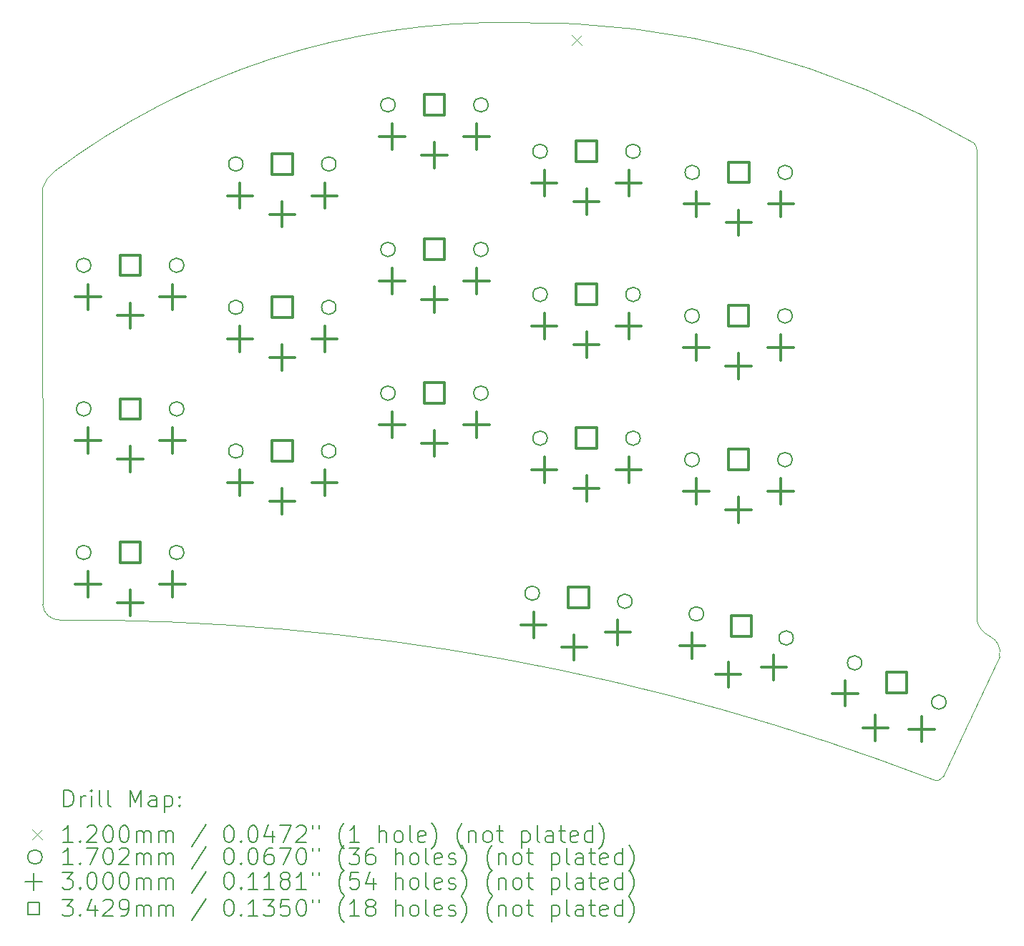
<source format=gbr>
%TF.GenerationSoftware,KiCad,Pcbnew,(6.0.8)*%
%TF.CreationDate,2022-12-01T16:35:40-08:00*%
%TF.ProjectId,half-swept,68616c66-2d73-4776-9570-742e6b696361,rev?*%
%TF.SameCoordinates,Original*%
%TF.FileFunction,Drillmap*%
%TF.FilePolarity,Positive*%
%FSLAX45Y45*%
G04 Gerber Fmt 4.5, Leading zero omitted, Abs format (unit mm)*
G04 Created by KiCad (PCBNEW (6.0.8)) date 2022-12-01 16:35:40*
%MOMM*%
%LPD*%
G01*
G04 APERTURE LIST*
%ADD10C,0.050000*%
%ADD11C,0.200000*%
%ADD12C,0.120000*%
%ADD13C,0.170180*%
%ADD14C,0.300000*%
%ADD15C,0.342900*%
G04 APERTURE END LIST*
D10*
X1223692Y-3220171D02*
X1227712Y-8147003D01*
X12278886Y-2760878D02*
G75*
G03*
X12242686Y-2680500I-104476J1288D01*
G01*
X1366385Y-3018799D02*
G75*
G03*
X1223692Y-3220171I244505J-324501D01*
G01*
X12242686Y-2680500D02*
G75*
G03*
X6792687Y-1256251I-5286691J-9090387D01*
G01*
X11758266Y-10218445D02*
G75*
G03*
X1431486Y-8330612I-10180840J-26502435D01*
G01*
X1227709Y-8147003D02*
G75*
G03*
X1431486Y-8330612I197801J14643D01*
G01*
X12278887Y-2760878D02*
X12278886Y-8330500D01*
X6792687Y-1256251D02*
G75*
G03*
X1366386Y-3018800I-139342J-8805174D01*
G01*
X11758268Y-10218440D02*
G75*
G03*
X11878948Y-10185024I43992J75750D01*
G01*
X12547988Y-8757716D02*
X11878948Y-10185024D01*
X12278887Y-8330500D02*
G75*
G03*
X12432988Y-8522716I279953J66560D01*
G01*
X12547986Y-8757716D02*
G75*
G03*
X12432988Y-8522716I-199306J48106D01*
G01*
D11*
D12*
X7485186Y-1405750D02*
X7605186Y-1525750D01*
X7605186Y-1405750D02*
X7485186Y-1525750D01*
D13*
X1797776Y-4130500D02*
G75*
G03*
X1797776Y-4130500I-85090J0D01*
G01*
X1797776Y-5830500D02*
G75*
G03*
X1797776Y-5830500I-85090J0D01*
G01*
X1797776Y-7530500D02*
G75*
G03*
X1797776Y-7530500I-85090J0D01*
G01*
X2897776Y-4130500D02*
G75*
G03*
X2897776Y-4130500I-85090J0D01*
G01*
X2897776Y-5830500D02*
G75*
G03*
X2897776Y-5830500I-85090J0D01*
G01*
X2897776Y-7530500D02*
G75*
G03*
X2897776Y-7530500I-85090J0D01*
G01*
X3597776Y-6329700D02*
G75*
G03*
X3597776Y-6329700I-85090J0D01*
G01*
X3597777Y-2930500D02*
G75*
G03*
X3597777Y-2930500I-85090J0D01*
G01*
X3597777Y-4627900D02*
G75*
G03*
X3597777Y-4627900I-85090J0D01*
G01*
X4697776Y-6329700D02*
G75*
G03*
X4697776Y-6329700I-85090J0D01*
G01*
X4697777Y-2930500D02*
G75*
G03*
X4697777Y-2930500I-85090J0D01*
G01*
X4697777Y-4627900D02*
G75*
G03*
X4697777Y-4627900I-85090J0D01*
G01*
X5397776Y-5643900D02*
G75*
G03*
X5397776Y-5643900I-85090J0D01*
G01*
X5397776Y-2230500D02*
G75*
G03*
X5397776Y-2230500I-85090J0D01*
G01*
X5397777Y-3942100D02*
G75*
G03*
X5397777Y-3942100I-85090J0D01*
G01*
X6497776Y-5643900D02*
G75*
G03*
X6497776Y-5643900I-85090J0D01*
G01*
X6497776Y-2230500D02*
G75*
G03*
X6497776Y-2230500I-85090J0D01*
G01*
X6497777Y-3942100D02*
G75*
G03*
X6497777Y-3942100I-85090J0D01*
G01*
X7104869Y-8012564D02*
G75*
G03*
X7104869Y-8012564I-85090J0D01*
G01*
X7197776Y-2780500D02*
G75*
G03*
X7197776Y-2780500I-85090J0D01*
G01*
X7197776Y-6177300D02*
G75*
G03*
X7197776Y-6177300I-85090J0D01*
G01*
X7197777Y-4475501D02*
G75*
G03*
X7197777Y-4475501I-85090J0D01*
G01*
X8200683Y-8108436D02*
G75*
G03*
X8200683Y-8108436I-85090J0D01*
G01*
X8297776Y-2780500D02*
G75*
G03*
X8297776Y-2780500I-85090J0D01*
G01*
X8297776Y-6177300D02*
G75*
G03*
X8297776Y-6177300I-85090J0D01*
G01*
X8297777Y-4475501D02*
G75*
G03*
X8297777Y-4475501I-85090J0D01*
G01*
X8995142Y-6431300D02*
G75*
G03*
X8995142Y-6431300I-85090J0D01*
G01*
X8995777Y-4729500D02*
G75*
G03*
X8995777Y-4729500I-85090J0D01*
G01*
X8997776Y-3030500D02*
G75*
G03*
X8997776Y-3030500I-85090J0D01*
G01*
X9046517Y-8258150D02*
G75*
G03*
X9046517Y-8258150I-85090J0D01*
G01*
X10095142Y-6431300D02*
G75*
G03*
X10095142Y-6431300I-85090J0D01*
G01*
X10095777Y-4729500D02*
G75*
G03*
X10095777Y-4729500I-85090J0D01*
G01*
X10097776Y-3030500D02*
G75*
G03*
X10097776Y-3030500I-85090J0D01*
G01*
X10109036Y-8542851D02*
G75*
G03*
X10109036Y-8542851I-85090J0D01*
G01*
X10919307Y-8838060D02*
G75*
G03*
X10919307Y-8838060I-85090J0D01*
G01*
X11916246Y-9302940D02*
G75*
G03*
X11916246Y-9302940I-85090J0D01*
G01*
D14*
X1762686Y-4355500D02*
X1762686Y-4655500D01*
X1612686Y-4505500D02*
X1912686Y-4505500D01*
X1762686Y-6055500D02*
X1762686Y-6355500D01*
X1612686Y-6205500D02*
X1912686Y-6205500D01*
X1762686Y-7755500D02*
X1762686Y-8055500D01*
X1612686Y-7905500D02*
X1912686Y-7905500D01*
X2262687Y-4575500D02*
X2262687Y-4875500D01*
X2112687Y-4725500D02*
X2412687Y-4725500D01*
X2262687Y-6275500D02*
X2262687Y-6575500D01*
X2112687Y-6425500D02*
X2412687Y-6425500D01*
X2262687Y-7975500D02*
X2262687Y-8275500D01*
X2112687Y-8125500D02*
X2412687Y-8125500D01*
X2762687Y-4355500D02*
X2762687Y-4655500D01*
X2612687Y-4505500D02*
X2912686Y-4505500D01*
X2762687Y-6055500D02*
X2762687Y-6355500D01*
X2612687Y-6205500D02*
X2912686Y-6205500D01*
X2762687Y-7755500D02*
X2762687Y-8055500D01*
X2612687Y-7905500D02*
X2912686Y-7905500D01*
X3562686Y-6554700D02*
X3562686Y-6854700D01*
X3412686Y-6704700D02*
X3712686Y-6704700D01*
X3562687Y-3155500D02*
X3562687Y-3455500D01*
X3412687Y-3305500D02*
X3712687Y-3305500D01*
X3562687Y-4852900D02*
X3562687Y-5152900D01*
X3412687Y-5002900D02*
X3712687Y-5002900D01*
X4062686Y-6774700D02*
X4062686Y-7074700D01*
X3912686Y-6924700D02*
X4212686Y-6924700D01*
X4062687Y-3375500D02*
X4062687Y-3675500D01*
X3912687Y-3525500D02*
X4212687Y-3525500D01*
X4062687Y-5072900D02*
X4062687Y-5372900D01*
X3912687Y-5222900D02*
X4212687Y-5222900D01*
X4562686Y-6554700D02*
X4562686Y-6854700D01*
X4412686Y-6704700D02*
X4712686Y-6704700D01*
X4562687Y-3155500D02*
X4562687Y-3455500D01*
X4412687Y-3305500D02*
X4712687Y-3305500D01*
X4562687Y-4852900D02*
X4562687Y-5152900D01*
X4412687Y-5002900D02*
X4712687Y-5002900D01*
X5362686Y-5868900D02*
X5362686Y-6168900D01*
X5212686Y-6018900D02*
X5512686Y-6018900D01*
X5362686Y-2455500D02*
X5362686Y-2755500D01*
X5212686Y-2605500D02*
X5512686Y-2605500D01*
X5362687Y-4167100D02*
X5362687Y-4467100D01*
X5212687Y-4317100D02*
X5512687Y-4317100D01*
X5862686Y-6088900D02*
X5862686Y-6388900D01*
X5712686Y-6238900D02*
X6012686Y-6238900D01*
X5862686Y-2675500D02*
X5862686Y-2975500D01*
X5712686Y-2825500D02*
X6012686Y-2825500D01*
X5862687Y-4387100D02*
X5862687Y-4687100D01*
X5712687Y-4537100D02*
X6012687Y-4537100D01*
X6362686Y-5868900D02*
X6362686Y-6168900D01*
X6212686Y-6018900D02*
X6512686Y-6018900D01*
X6362686Y-2455500D02*
X6362686Y-2755500D01*
X6212686Y-2605500D02*
X6512686Y-2605500D01*
X6362687Y-4167100D02*
X6362687Y-4467100D01*
X6212687Y-4317100D02*
X6512687Y-4317100D01*
X7036906Y-8240495D02*
X7036906Y-8540495D01*
X6886906Y-8390495D02*
X7186906Y-8390495D01*
X7162686Y-3005500D02*
X7162686Y-3305500D01*
X7012686Y-3155500D02*
X7312686Y-3155500D01*
X7162686Y-6402300D02*
X7162686Y-6702300D01*
X7012686Y-6552300D02*
X7312686Y-6552300D01*
X7162687Y-4700501D02*
X7162687Y-5000501D01*
X7012687Y-4850501D02*
X7312687Y-4850501D01*
X7515829Y-8503236D02*
X7515829Y-8803236D01*
X7365829Y-8653236D02*
X7665829Y-8653236D01*
X7662686Y-3225500D02*
X7662686Y-3525500D01*
X7512686Y-3375500D02*
X7812686Y-3375500D01*
X7662686Y-6622300D02*
X7662686Y-6922300D01*
X7512686Y-6772300D02*
X7812686Y-6772300D01*
X7662687Y-4920501D02*
X7662687Y-5220501D01*
X7512687Y-5070501D02*
X7812687Y-5070501D01*
X8033100Y-8327651D02*
X8033100Y-8627651D01*
X7883100Y-8477651D02*
X8183100Y-8477651D01*
X8162686Y-3005500D02*
X8162686Y-3305500D01*
X8012686Y-3155500D02*
X8312686Y-3155500D01*
X8162686Y-6402300D02*
X8162686Y-6702300D01*
X8012686Y-6552300D02*
X8312686Y-6552300D01*
X8162687Y-4700501D02*
X8162687Y-5000501D01*
X8012687Y-4850501D02*
X8312687Y-4850501D01*
X8912666Y-8483313D02*
X8912666Y-8783313D01*
X8762666Y-8633313D02*
X9062666Y-8633313D01*
X8960052Y-6656300D02*
X8960052Y-6956300D01*
X8810052Y-6806300D02*
X9110052Y-6806300D01*
X8960687Y-4954500D02*
X8960687Y-5254500D01*
X8810687Y-5104500D02*
X9110687Y-5104500D01*
X8962686Y-3255500D02*
X8962686Y-3555500D01*
X8812686Y-3405500D02*
X9112686Y-3405500D01*
X9338689Y-8825226D02*
X9338689Y-9125226D01*
X9188689Y-8975226D02*
X9488689Y-8975226D01*
X9460052Y-6876300D02*
X9460052Y-7176300D01*
X9310052Y-7026300D02*
X9610052Y-7026300D01*
X9460687Y-5174500D02*
X9460687Y-5474500D01*
X9310687Y-5324500D02*
X9610687Y-5324500D01*
X9462686Y-3475500D02*
X9462686Y-3775500D01*
X9312686Y-3625500D02*
X9612686Y-3625500D01*
X9878592Y-8742132D02*
X9878592Y-9042132D01*
X9728592Y-8892132D02*
X10028592Y-8892132D01*
X9960052Y-6656300D02*
X9960052Y-6956300D01*
X9810052Y-6806300D02*
X10110052Y-6806300D01*
X9960687Y-4954500D02*
X9960687Y-5254500D01*
X9810687Y-5104500D02*
X10110687Y-5104500D01*
X9962686Y-3255500D02*
X9962686Y-3555500D01*
X9812686Y-3405500D02*
X10112686Y-3405500D01*
X10721051Y-9049056D02*
X10721051Y-9349056D01*
X10571051Y-9199056D02*
X10871051Y-9199056D01*
X11081229Y-9459753D02*
X11081229Y-9759753D01*
X10931229Y-9609753D02*
X11231229Y-9609753D01*
X11627359Y-9471675D02*
X11627359Y-9771675D01*
X11477359Y-9621675D02*
X11777359Y-9621675D01*
D15*
X2383921Y-4251735D02*
X2383921Y-4009266D01*
X2141452Y-4009266D01*
X2141452Y-4251735D01*
X2383921Y-4251735D01*
X2383921Y-5951735D02*
X2383921Y-5709266D01*
X2141452Y-5709266D01*
X2141452Y-5951735D01*
X2383921Y-5951735D01*
X2383921Y-7651734D02*
X2383921Y-7409265D01*
X2141452Y-7409265D01*
X2141452Y-7651734D01*
X2383921Y-7651734D01*
X4183921Y-6450935D02*
X4183921Y-6208465D01*
X3941452Y-6208465D01*
X3941452Y-6450935D01*
X4183921Y-6450935D01*
X4183921Y-3051735D02*
X4183921Y-2809266D01*
X3941452Y-2809266D01*
X3941452Y-3051735D01*
X4183921Y-3051735D01*
X4183921Y-4749135D02*
X4183921Y-4506666D01*
X3941452Y-4506666D01*
X3941452Y-4749135D01*
X4183921Y-4749135D01*
X5983921Y-5765135D02*
X5983921Y-5522666D01*
X5741452Y-5522666D01*
X5741452Y-5765135D01*
X5983921Y-5765135D01*
X5983921Y-2351735D02*
X5983921Y-2109266D01*
X5741452Y-2109266D01*
X5741452Y-2351735D01*
X5983921Y-2351735D01*
X5983921Y-4063335D02*
X5983921Y-3820866D01*
X5741452Y-3820866D01*
X5741452Y-4063335D01*
X5983921Y-4063335D01*
X7688921Y-8181735D02*
X7688921Y-7939265D01*
X7446452Y-7939265D01*
X7446452Y-8181735D01*
X7688921Y-8181735D01*
X7783921Y-2901735D02*
X7783921Y-2659266D01*
X7541452Y-2659266D01*
X7541452Y-2901735D01*
X7783921Y-2901735D01*
X7783921Y-6298535D02*
X7783921Y-6056066D01*
X7541452Y-6056066D01*
X7541452Y-6298535D01*
X7783921Y-6298535D01*
X7783921Y-4596735D02*
X7783921Y-4354266D01*
X7541452Y-4354266D01*
X7541452Y-4596735D01*
X7783921Y-4596735D01*
X9581287Y-6552535D02*
X9581287Y-6310066D01*
X9338817Y-6310066D01*
X9338817Y-6552535D01*
X9581287Y-6552535D01*
X9581921Y-4850735D02*
X9581921Y-4608266D01*
X9339452Y-4608266D01*
X9339452Y-4850735D01*
X9581921Y-4850735D01*
X9583921Y-3151735D02*
X9583921Y-2909266D01*
X9341452Y-2909266D01*
X9341452Y-3151735D01*
X9583921Y-3151735D01*
X9613921Y-8521735D02*
X9613921Y-8279266D01*
X9371452Y-8279266D01*
X9371452Y-8521735D01*
X9613921Y-8521735D01*
X11453921Y-9191735D02*
X11453921Y-8949265D01*
X11211452Y-8949265D01*
X11211452Y-9191735D01*
X11453921Y-9191735D01*
D11*
X1478811Y-10543263D02*
X1478811Y-10343263D01*
X1526430Y-10343263D01*
X1555001Y-10352787D01*
X1574049Y-10371835D01*
X1583573Y-10390882D01*
X1593096Y-10428978D01*
X1593096Y-10457549D01*
X1583573Y-10495644D01*
X1574049Y-10514692D01*
X1555001Y-10533739D01*
X1526430Y-10543263D01*
X1478811Y-10543263D01*
X1678811Y-10543263D02*
X1678811Y-10409930D01*
X1678811Y-10448025D02*
X1688335Y-10428978D01*
X1697858Y-10419454D01*
X1716906Y-10409930D01*
X1735954Y-10409930D01*
X1802620Y-10543263D02*
X1802620Y-10409930D01*
X1802620Y-10343263D02*
X1793096Y-10352787D01*
X1802620Y-10362311D01*
X1812144Y-10352787D01*
X1802620Y-10343263D01*
X1802620Y-10362311D01*
X1926430Y-10543263D02*
X1907382Y-10533739D01*
X1897858Y-10514692D01*
X1897858Y-10343263D01*
X2031192Y-10543263D02*
X2012144Y-10533739D01*
X2002620Y-10514692D01*
X2002620Y-10343263D01*
X2259763Y-10543263D02*
X2259763Y-10343263D01*
X2326430Y-10486120D01*
X2393097Y-10343263D01*
X2393097Y-10543263D01*
X2574049Y-10543263D02*
X2574049Y-10438501D01*
X2564525Y-10419454D01*
X2545478Y-10409930D01*
X2507382Y-10409930D01*
X2488335Y-10419454D01*
X2574049Y-10533739D02*
X2555001Y-10543263D01*
X2507382Y-10543263D01*
X2488335Y-10533739D01*
X2478811Y-10514692D01*
X2478811Y-10495644D01*
X2488335Y-10476597D01*
X2507382Y-10467073D01*
X2555001Y-10467073D01*
X2574049Y-10457549D01*
X2669287Y-10409930D02*
X2669287Y-10609930D01*
X2669287Y-10419454D02*
X2688335Y-10409930D01*
X2726430Y-10409930D01*
X2745478Y-10419454D01*
X2755001Y-10428978D01*
X2764525Y-10448025D01*
X2764525Y-10505168D01*
X2755001Y-10524216D01*
X2745478Y-10533739D01*
X2726430Y-10543263D01*
X2688335Y-10543263D01*
X2669287Y-10533739D01*
X2850239Y-10524216D02*
X2859763Y-10533739D01*
X2850239Y-10543263D01*
X2840716Y-10533739D01*
X2850239Y-10524216D01*
X2850239Y-10543263D01*
X2850239Y-10419454D02*
X2859763Y-10428978D01*
X2850239Y-10438501D01*
X2840716Y-10428978D01*
X2850239Y-10419454D01*
X2850239Y-10438501D01*
D12*
X1101192Y-10812787D02*
X1221192Y-10932787D01*
X1221192Y-10812787D02*
X1101192Y-10932787D01*
D11*
X1583573Y-10963263D02*
X1469287Y-10963263D01*
X1526430Y-10963263D02*
X1526430Y-10763263D01*
X1507382Y-10791835D01*
X1488335Y-10810882D01*
X1469287Y-10820406D01*
X1669287Y-10944216D02*
X1678811Y-10953739D01*
X1669287Y-10963263D01*
X1659763Y-10953739D01*
X1669287Y-10944216D01*
X1669287Y-10963263D01*
X1755001Y-10782311D02*
X1764525Y-10772787D01*
X1783573Y-10763263D01*
X1831192Y-10763263D01*
X1850239Y-10772787D01*
X1859763Y-10782311D01*
X1869287Y-10801359D01*
X1869287Y-10820406D01*
X1859763Y-10848978D01*
X1745477Y-10963263D01*
X1869287Y-10963263D01*
X1993096Y-10763263D02*
X2012144Y-10763263D01*
X2031192Y-10772787D01*
X2040716Y-10782311D01*
X2050239Y-10801359D01*
X2059763Y-10839454D01*
X2059763Y-10887073D01*
X2050239Y-10925168D01*
X2040716Y-10944216D01*
X2031192Y-10953739D01*
X2012144Y-10963263D01*
X1993096Y-10963263D01*
X1974049Y-10953739D01*
X1964525Y-10944216D01*
X1955001Y-10925168D01*
X1945477Y-10887073D01*
X1945477Y-10839454D01*
X1955001Y-10801359D01*
X1964525Y-10782311D01*
X1974049Y-10772787D01*
X1993096Y-10763263D01*
X2183573Y-10763263D02*
X2202620Y-10763263D01*
X2221668Y-10772787D01*
X2231192Y-10782311D01*
X2240716Y-10801359D01*
X2250239Y-10839454D01*
X2250239Y-10887073D01*
X2240716Y-10925168D01*
X2231192Y-10944216D01*
X2221668Y-10953739D01*
X2202620Y-10963263D01*
X2183573Y-10963263D01*
X2164525Y-10953739D01*
X2155001Y-10944216D01*
X2145478Y-10925168D01*
X2135954Y-10887073D01*
X2135954Y-10839454D01*
X2145478Y-10801359D01*
X2155001Y-10782311D01*
X2164525Y-10772787D01*
X2183573Y-10763263D01*
X2335954Y-10963263D02*
X2335954Y-10829930D01*
X2335954Y-10848978D02*
X2345478Y-10839454D01*
X2364525Y-10829930D01*
X2393097Y-10829930D01*
X2412144Y-10839454D01*
X2421668Y-10858501D01*
X2421668Y-10963263D01*
X2421668Y-10858501D02*
X2431192Y-10839454D01*
X2450239Y-10829930D01*
X2478811Y-10829930D01*
X2497858Y-10839454D01*
X2507382Y-10858501D01*
X2507382Y-10963263D01*
X2602620Y-10963263D02*
X2602620Y-10829930D01*
X2602620Y-10848978D02*
X2612144Y-10839454D01*
X2631192Y-10829930D01*
X2659763Y-10829930D01*
X2678811Y-10839454D01*
X2688335Y-10858501D01*
X2688335Y-10963263D01*
X2688335Y-10858501D02*
X2697858Y-10839454D01*
X2716906Y-10829930D01*
X2745478Y-10829930D01*
X2764525Y-10839454D01*
X2774049Y-10858501D01*
X2774049Y-10963263D01*
X3164525Y-10753739D02*
X2993096Y-11010882D01*
X3421668Y-10763263D02*
X3440716Y-10763263D01*
X3459763Y-10772787D01*
X3469287Y-10782311D01*
X3478811Y-10801359D01*
X3488335Y-10839454D01*
X3488335Y-10887073D01*
X3478811Y-10925168D01*
X3469287Y-10944216D01*
X3459763Y-10953739D01*
X3440716Y-10963263D01*
X3421668Y-10963263D01*
X3402620Y-10953739D01*
X3393096Y-10944216D01*
X3383573Y-10925168D01*
X3374049Y-10887073D01*
X3374049Y-10839454D01*
X3383573Y-10801359D01*
X3393096Y-10782311D01*
X3402620Y-10772787D01*
X3421668Y-10763263D01*
X3574049Y-10944216D02*
X3583573Y-10953739D01*
X3574049Y-10963263D01*
X3564525Y-10953739D01*
X3574049Y-10944216D01*
X3574049Y-10963263D01*
X3707382Y-10763263D02*
X3726430Y-10763263D01*
X3745477Y-10772787D01*
X3755001Y-10782311D01*
X3764525Y-10801359D01*
X3774049Y-10839454D01*
X3774049Y-10887073D01*
X3764525Y-10925168D01*
X3755001Y-10944216D01*
X3745477Y-10953739D01*
X3726430Y-10963263D01*
X3707382Y-10963263D01*
X3688335Y-10953739D01*
X3678811Y-10944216D01*
X3669287Y-10925168D01*
X3659763Y-10887073D01*
X3659763Y-10839454D01*
X3669287Y-10801359D01*
X3678811Y-10782311D01*
X3688335Y-10772787D01*
X3707382Y-10763263D01*
X3945477Y-10829930D02*
X3945477Y-10963263D01*
X3897858Y-10753739D02*
X3850239Y-10896597D01*
X3974049Y-10896597D01*
X4031192Y-10763263D02*
X4164525Y-10763263D01*
X4078811Y-10963263D01*
X4231192Y-10782311D02*
X4240716Y-10772787D01*
X4259763Y-10763263D01*
X4307382Y-10763263D01*
X4326430Y-10772787D01*
X4335954Y-10782311D01*
X4345478Y-10801359D01*
X4345478Y-10820406D01*
X4335954Y-10848978D01*
X4221668Y-10963263D01*
X4345478Y-10963263D01*
X4421668Y-10763263D02*
X4421668Y-10801359D01*
X4497858Y-10763263D02*
X4497858Y-10801359D01*
X4793097Y-11039454D02*
X4783573Y-11029930D01*
X4764525Y-11001359D01*
X4755001Y-10982311D01*
X4745478Y-10953739D01*
X4735954Y-10906120D01*
X4735954Y-10868025D01*
X4745478Y-10820406D01*
X4755001Y-10791835D01*
X4764525Y-10772787D01*
X4783573Y-10744216D01*
X4793097Y-10734692D01*
X4974049Y-10963263D02*
X4859763Y-10963263D01*
X4916906Y-10963263D02*
X4916906Y-10763263D01*
X4897858Y-10791835D01*
X4878811Y-10810882D01*
X4859763Y-10820406D01*
X5212144Y-10963263D02*
X5212144Y-10763263D01*
X5297858Y-10963263D02*
X5297858Y-10858501D01*
X5288335Y-10839454D01*
X5269287Y-10829930D01*
X5240716Y-10829930D01*
X5221668Y-10839454D01*
X5212144Y-10848978D01*
X5421668Y-10963263D02*
X5402620Y-10953739D01*
X5393097Y-10944216D01*
X5383573Y-10925168D01*
X5383573Y-10868025D01*
X5393097Y-10848978D01*
X5402620Y-10839454D01*
X5421668Y-10829930D01*
X5450239Y-10829930D01*
X5469287Y-10839454D01*
X5478811Y-10848978D01*
X5488335Y-10868025D01*
X5488335Y-10925168D01*
X5478811Y-10944216D01*
X5469287Y-10953739D01*
X5450239Y-10963263D01*
X5421668Y-10963263D01*
X5602620Y-10963263D02*
X5583573Y-10953739D01*
X5574049Y-10934692D01*
X5574049Y-10763263D01*
X5755001Y-10953739D02*
X5735954Y-10963263D01*
X5697858Y-10963263D01*
X5678811Y-10953739D01*
X5669287Y-10934692D01*
X5669287Y-10858501D01*
X5678811Y-10839454D01*
X5697858Y-10829930D01*
X5735954Y-10829930D01*
X5755001Y-10839454D01*
X5764525Y-10858501D01*
X5764525Y-10877549D01*
X5669287Y-10896597D01*
X5831192Y-11039454D02*
X5840716Y-11029930D01*
X5859763Y-11001359D01*
X5869287Y-10982311D01*
X5878811Y-10953739D01*
X5888335Y-10906120D01*
X5888335Y-10868025D01*
X5878811Y-10820406D01*
X5869287Y-10791835D01*
X5859763Y-10772787D01*
X5840716Y-10744216D01*
X5831192Y-10734692D01*
X6193096Y-11039454D02*
X6183573Y-11029930D01*
X6164525Y-11001359D01*
X6155001Y-10982311D01*
X6145477Y-10953739D01*
X6135954Y-10906120D01*
X6135954Y-10868025D01*
X6145477Y-10820406D01*
X6155001Y-10791835D01*
X6164525Y-10772787D01*
X6183573Y-10744216D01*
X6193096Y-10734692D01*
X6269287Y-10829930D02*
X6269287Y-10963263D01*
X6269287Y-10848978D02*
X6278811Y-10839454D01*
X6297858Y-10829930D01*
X6326430Y-10829930D01*
X6345477Y-10839454D01*
X6355001Y-10858501D01*
X6355001Y-10963263D01*
X6478811Y-10963263D02*
X6459763Y-10953739D01*
X6450239Y-10944216D01*
X6440716Y-10925168D01*
X6440716Y-10868025D01*
X6450239Y-10848978D01*
X6459763Y-10839454D01*
X6478811Y-10829930D01*
X6507382Y-10829930D01*
X6526430Y-10839454D01*
X6535954Y-10848978D01*
X6545477Y-10868025D01*
X6545477Y-10925168D01*
X6535954Y-10944216D01*
X6526430Y-10953739D01*
X6507382Y-10963263D01*
X6478811Y-10963263D01*
X6602620Y-10829930D02*
X6678811Y-10829930D01*
X6631192Y-10763263D02*
X6631192Y-10934692D01*
X6640716Y-10953739D01*
X6659763Y-10963263D01*
X6678811Y-10963263D01*
X6897858Y-10829930D02*
X6897858Y-11029930D01*
X6897858Y-10839454D02*
X6916906Y-10829930D01*
X6955001Y-10829930D01*
X6974049Y-10839454D01*
X6983573Y-10848978D01*
X6993096Y-10868025D01*
X6993096Y-10925168D01*
X6983573Y-10944216D01*
X6974049Y-10953739D01*
X6955001Y-10963263D01*
X6916906Y-10963263D01*
X6897858Y-10953739D01*
X7107382Y-10963263D02*
X7088335Y-10953739D01*
X7078811Y-10934692D01*
X7078811Y-10763263D01*
X7269287Y-10963263D02*
X7269287Y-10858501D01*
X7259763Y-10839454D01*
X7240716Y-10829930D01*
X7202620Y-10829930D01*
X7183573Y-10839454D01*
X7269287Y-10953739D02*
X7250239Y-10963263D01*
X7202620Y-10963263D01*
X7183573Y-10953739D01*
X7174049Y-10934692D01*
X7174049Y-10915644D01*
X7183573Y-10896597D01*
X7202620Y-10887073D01*
X7250239Y-10887073D01*
X7269287Y-10877549D01*
X7335954Y-10829930D02*
X7412144Y-10829930D01*
X7364525Y-10763263D02*
X7364525Y-10934692D01*
X7374049Y-10953739D01*
X7393096Y-10963263D01*
X7412144Y-10963263D01*
X7555001Y-10953739D02*
X7535954Y-10963263D01*
X7497858Y-10963263D01*
X7478811Y-10953739D01*
X7469287Y-10934692D01*
X7469287Y-10858501D01*
X7478811Y-10839454D01*
X7497858Y-10829930D01*
X7535954Y-10829930D01*
X7555001Y-10839454D01*
X7564525Y-10858501D01*
X7564525Y-10877549D01*
X7469287Y-10896597D01*
X7735954Y-10963263D02*
X7735954Y-10763263D01*
X7735954Y-10953739D02*
X7716906Y-10963263D01*
X7678811Y-10963263D01*
X7659763Y-10953739D01*
X7650239Y-10944216D01*
X7640716Y-10925168D01*
X7640716Y-10868025D01*
X7650239Y-10848978D01*
X7659763Y-10839454D01*
X7678811Y-10829930D01*
X7716906Y-10829930D01*
X7735954Y-10839454D01*
X7812144Y-11039454D02*
X7821668Y-11029930D01*
X7840716Y-11001359D01*
X7850239Y-10982311D01*
X7859763Y-10953739D01*
X7869287Y-10906120D01*
X7869287Y-10868025D01*
X7859763Y-10820406D01*
X7850239Y-10791835D01*
X7840716Y-10772787D01*
X7821668Y-10744216D01*
X7812144Y-10734692D01*
D13*
X1221192Y-11136787D02*
G75*
G03*
X1221192Y-11136787I-85090J0D01*
G01*
D11*
X1583573Y-11227263D02*
X1469287Y-11227263D01*
X1526430Y-11227263D02*
X1526430Y-11027263D01*
X1507382Y-11055835D01*
X1488335Y-11074882D01*
X1469287Y-11084406D01*
X1669287Y-11208216D02*
X1678811Y-11217739D01*
X1669287Y-11227263D01*
X1659763Y-11217739D01*
X1669287Y-11208216D01*
X1669287Y-11227263D01*
X1745477Y-11027263D02*
X1878811Y-11027263D01*
X1793096Y-11227263D01*
X1993096Y-11027263D02*
X2012144Y-11027263D01*
X2031192Y-11036787D01*
X2040716Y-11046311D01*
X2050239Y-11065359D01*
X2059763Y-11103454D01*
X2059763Y-11151073D01*
X2050239Y-11189168D01*
X2040716Y-11208216D01*
X2031192Y-11217739D01*
X2012144Y-11227263D01*
X1993096Y-11227263D01*
X1974049Y-11217739D01*
X1964525Y-11208216D01*
X1955001Y-11189168D01*
X1945477Y-11151073D01*
X1945477Y-11103454D01*
X1955001Y-11065359D01*
X1964525Y-11046311D01*
X1974049Y-11036787D01*
X1993096Y-11027263D01*
X2135954Y-11046311D02*
X2145478Y-11036787D01*
X2164525Y-11027263D01*
X2212144Y-11027263D01*
X2231192Y-11036787D01*
X2240716Y-11046311D01*
X2250239Y-11065359D01*
X2250239Y-11084406D01*
X2240716Y-11112978D01*
X2126430Y-11227263D01*
X2250239Y-11227263D01*
X2335954Y-11227263D02*
X2335954Y-11093930D01*
X2335954Y-11112978D02*
X2345478Y-11103454D01*
X2364525Y-11093930D01*
X2393097Y-11093930D01*
X2412144Y-11103454D01*
X2421668Y-11122501D01*
X2421668Y-11227263D01*
X2421668Y-11122501D02*
X2431192Y-11103454D01*
X2450239Y-11093930D01*
X2478811Y-11093930D01*
X2497858Y-11103454D01*
X2507382Y-11122501D01*
X2507382Y-11227263D01*
X2602620Y-11227263D02*
X2602620Y-11093930D01*
X2602620Y-11112978D02*
X2612144Y-11103454D01*
X2631192Y-11093930D01*
X2659763Y-11093930D01*
X2678811Y-11103454D01*
X2688335Y-11122501D01*
X2688335Y-11227263D01*
X2688335Y-11122501D02*
X2697858Y-11103454D01*
X2716906Y-11093930D01*
X2745478Y-11093930D01*
X2764525Y-11103454D01*
X2774049Y-11122501D01*
X2774049Y-11227263D01*
X3164525Y-11017739D02*
X2993096Y-11274882D01*
X3421668Y-11027263D02*
X3440716Y-11027263D01*
X3459763Y-11036787D01*
X3469287Y-11046311D01*
X3478811Y-11065359D01*
X3488335Y-11103454D01*
X3488335Y-11151073D01*
X3478811Y-11189168D01*
X3469287Y-11208216D01*
X3459763Y-11217739D01*
X3440716Y-11227263D01*
X3421668Y-11227263D01*
X3402620Y-11217739D01*
X3393096Y-11208216D01*
X3383573Y-11189168D01*
X3374049Y-11151073D01*
X3374049Y-11103454D01*
X3383573Y-11065359D01*
X3393096Y-11046311D01*
X3402620Y-11036787D01*
X3421668Y-11027263D01*
X3574049Y-11208216D02*
X3583573Y-11217739D01*
X3574049Y-11227263D01*
X3564525Y-11217739D01*
X3574049Y-11208216D01*
X3574049Y-11227263D01*
X3707382Y-11027263D02*
X3726430Y-11027263D01*
X3745477Y-11036787D01*
X3755001Y-11046311D01*
X3764525Y-11065359D01*
X3774049Y-11103454D01*
X3774049Y-11151073D01*
X3764525Y-11189168D01*
X3755001Y-11208216D01*
X3745477Y-11217739D01*
X3726430Y-11227263D01*
X3707382Y-11227263D01*
X3688335Y-11217739D01*
X3678811Y-11208216D01*
X3669287Y-11189168D01*
X3659763Y-11151073D01*
X3659763Y-11103454D01*
X3669287Y-11065359D01*
X3678811Y-11046311D01*
X3688335Y-11036787D01*
X3707382Y-11027263D01*
X3945477Y-11027263D02*
X3907382Y-11027263D01*
X3888335Y-11036787D01*
X3878811Y-11046311D01*
X3859763Y-11074882D01*
X3850239Y-11112978D01*
X3850239Y-11189168D01*
X3859763Y-11208216D01*
X3869287Y-11217739D01*
X3888335Y-11227263D01*
X3926430Y-11227263D01*
X3945477Y-11217739D01*
X3955001Y-11208216D01*
X3964525Y-11189168D01*
X3964525Y-11141549D01*
X3955001Y-11122501D01*
X3945477Y-11112978D01*
X3926430Y-11103454D01*
X3888335Y-11103454D01*
X3869287Y-11112978D01*
X3859763Y-11122501D01*
X3850239Y-11141549D01*
X4031192Y-11027263D02*
X4164525Y-11027263D01*
X4078811Y-11227263D01*
X4278811Y-11027263D02*
X4297858Y-11027263D01*
X4316906Y-11036787D01*
X4326430Y-11046311D01*
X4335954Y-11065359D01*
X4345478Y-11103454D01*
X4345478Y-11151073D01*
X4335954Y-11189168D01*
X4326430Y-11208216D01*
X4316906Y-11217739D01*
X4297858Y-11227263D01*
X4278811Y-11227263D01*
X4259763Y-11217739D01*
X4250239Y-11208216D01*
X4240716Y-11189168D01*
X4231192Y-11151073D01*
X4231192Y-11103454D01*
X4240716Y-11065359D01*
X4250239Y-11046311D01*
X4259763Y-11036787D01*
X4278811Y-11027263D01*
X4421668Y-11027263D02*
X4421668Y-11065359D01*
X4497858Y-11027263D02*
X4497858Y-11065359D01*
X4793097Y-11303454D02*
X4783573Y-11293930D01*
X4764525Y-11265358D01*
X4755001Y-11246311D01*
X4745478Y-11217739D01*
X4735954Y-11170120D01*
X4735954Y-11132025D01*
X4745478Y-11084406D01*
X4755001Y-11055835D01*
X4764525Y-11036787D01*
X4783573Y-11008216D01*
X4793097Y-10998692D01*
X4850239Y-11027263D02*
X4974049Y-11027263D01*
X4907382Y-11103454D01*
X4935954Y-11103454D01*
X4955001Y-11112978D01*
X4964525Y-11122501D01*
X4974049Y-11141549D01*
X4974049Y-11189168D01*
X4964525Y-11208216D01*
X4955001Y-11217739D01*
X4935954Y-11227263D01*
X4878811Y-11227263D01*
X4859763Y-11217739D01*
X4850239Y-11208216D01*
X5145478Y-11027263D02*
X5107382Y-11027263D01*
X5088335Y-11036787D01*
X5078811Y-11046311D01*
X5059763Y-11074882D01*
X5050239Y-11112978D01*
X5050239Y-11189168D01*
X5059763Y-11208216D01*
X5069287Y-11217739D01*
X5088335Y-11227263D01*
X5126430Y-11227263D01*
X5145478Y-11217739D01*
X5155001Y-11208216D01*
X5164525Y-11189168D01*
X5164525Y-11141549D01*
X5155001Y-11122501D01*
X5145478Y-11112978D01*
X5126430Y-11103454D01*
X5088335Y-11103454D01*
X5069287Y-11112978D01*
X5059763Y-11122501D01*
X5050239Y-11141549D01*
X5402620Y-11227263D02*
X5402620Y-11027263D01*
X5488335Y-11227263D02*
X5488335Y-11122501D01*
X5478811Y-11103454D01*
X5459763Y-11093930D01*
X5431192Y-11093930D01*
X5412144Y-11103454D01*
X5402620Y-11112978D01*
X5612144Y-11227263D02*
X5593096Y-11217739D01*
X5583573Y-11208216D01*
X5574049Y-11189168D01*
X5574049Y-11132025D01*
X5583573Y-11112978D01*
X5593096Y-11103454D01*
X5612144Y-11093930D01*
X5640716Y-11093930D01*
X5659763Y-11103454D01*
X5669287Y-11112978D01*
X5678811Y-11132025D01*
X5678811Y-11189168D01*
X5669287Y-11208216D01*
X5659763Y-11217739D01*
X5640716Y-11227263D01*
X5612144Y-11227263D01*
X5793096Y-11227263D02*
X5774049Y-11217739D01*
X5764525Y-11198692D01*
X5764525Y-11027263D01*
X5945477Y-11217739D02*
X5926430Y-11227263D01*
X5888335Y-11227263D01*
X5869287Y-11217739D01*
X5859763Y-11198692D01*
X5859763Y-11122501D01*
X5869287Y-11103454D01*
X5888335Y-11093930D01*
X5926430Y-11093930D01*
X5945477Y-11103454D01*
X5955001Y-11122501D01*
X5955001Y-11141549D01*
X5859763Y-11160597D01*
X6031192Y-11217739D02*
X6050239Y-11227263D01*
X6088335Y-11227263D01*
X6107382Y-11217739D01*
X6116906Y-11198692D01*
X6116906Y-11189168D01*
X6107382Y-11170120D01*
X6088335Y-11160597D01*
X6059763Y-11160597D01*
X6040716Y-11151073D01*
X6031192Y-11132025D01*
X6031192Y-11122501D01*
X6040716Y-11103454D01*
X6059763Y-11093930D01*
X6088335Y-11093930D01*
X6107382Y-11103454D01*
X6183573Y-11303454D02*
X6193096Y-11293930D01*
X6212144Y-11265358D01*
X6221668Y-11246311D01*
X6231192Y-11217739D01*
X6240716Y-11170120D01*
X6240716Y-11132025D01*
X6231192Y-11084406D01*
X6221668Y-11055835D01*
X6212144Y-11036787D01*
X6193096Y-11008216D01*
X6183573Y-10998692D01*
X6545477Y-11303454D02*
X6535954Y-11293930D01*
X6516906Y-11265358D01*
X6507382Y-11246311D01*
X6497858Y-11217739D01*
X6488335Y-11170120D01*
X6488335Y-11132025D01*
X6497858Y-11084406D01*
X6507382Y-11055835D01*
X6516906Y-11036787D01*
X6535954Y-11008216D01*
X6545477Y-10998692D01*
X6621668Y-11093930D02*
X6621668Y-11227263D01*
X6621668Y-11112978D02*
X6631192Y-11103454D01*
X6650239Y-11093930D01*
X6678811Y-11093930D01*
X6697858Y-11103454D01*
X6707382Y-11122501D01*
X6707382Y-11227263D01*
X6831192Y-11227263D02*
X6812144Y-11217739D01*
X6802620Y-11208216D01*
X6793096Y-11189168D01*
X6793096Y-11132025D01*
X6802620Y-11112978D01*
X6812144Y-11103454D01*
X6831192Y-11093930D01*
X6859763Y-11093930D01*
X6878811Y-11103454D01*
X6888335Y-11112978D01*
X6897858Y-11132025D01*
X6897858Y-11189168D01*
X6888335Y-11208216D01*
X6878811Y-11217739D01*
X6859763Y-11227263D01*
X6831192Y-11227263D01*
X6955001Y-11093930D02*
X7031192Y-11093930D01*
X6983573Y-11027263D02*
X6983573Y-11198692D01*
X6993096Y-11217739D01*
X7012144Y-11227263D01*
X7031192Y-11227263D01*
X7250239Y-11093930D02*
X7250239Y-11293930D01*
X7250239Y-11103454D02*
X7269287Y-11093930D01*
X7307382Y-11093930D01*
X7326430Y-11103454D01*
X7335954Y-11112978D01*
X7345477Y-11132025D01*
X7345477Y-11189168D01*
X7335954Y-11208216D01*
X7326430Y-11217739D01*
X7307382Y-11227263D01*
X7269287Y-11227263D01*
X7250239Y-11217739D01*
X7459763Y-11227263D02*
X7440716Y-11217739D01*
X7431192Y-11198692D01*
X7431192Y-11027263D01*
X7621668Y-11227263D02*
X7621668Y-11122501D01*
X7612144Y-11103454D01*
X7593096Y-11093930D01*
X7555001Y-11093930D01*
X7535954Y-11103454D01*
X7621668Y-11217739D02*
X7602620Y-11227263D01*
X7555001Y-11227263D01*
X7535954Y-11217739D01*
X7526430Y-11198692D01*
X7526430Y-11179644D01*
X7535954Y-11160597D01*
X7555001Y-11151073D01*
X7602620Y-11151073D01*
X7621668Y-11141549D01*
X7688335Y-11093930D02*
X7764525Y-11093930D01*
X7716906Y-11027263D02*
X7716906Y-11198692D01*
X7726430Y-11217739D01*
X7745477Y-11227263D01*
X7764525Y-11227263D01*
X7907382Y-11217739D02*
X7888335Y-11227263D01*
X7850239Y-11227263D01*
X7831192Y-11217739D01*
X7821668Y-11198692D01*
X7821668Y-11122501D01*
X7831192Y-11103454D01*
X7850239Y-11093930D01*
X7888335Y-11093930D01*
X7907382Y-11103454D01*
X7916906Y-11122501D01*
X7916906Y-11141549D01*
X7821668Y-11160597D01*
X8088335Y-11227263D02*
X8088335Y-11027263D01*
X8088335Y-11217739D02*
X8069287Y-11227263D01*
X8031192Y-11227263D01*
X8012144Y-11217739D01*
X8002620Y-11208216D01*
X7993096Y-11189168D01*
X7993096Y-11132025D01*
X8002620Y-11112978D01*
X8012144Y-11103454D01*
X8031192Y-11093930D01*
X8069287Y-11093930D01*
X8088335Y-11103454D01*
X8164525Y-11303454D02*
X8174049Y-11293930D01*
X8193096Y-11265358D01*
X8202620Y-11246311D01*
X8212144Y-11217739D01*
X8221668Y-11170120D01*
X8221668Y-11132025D01*
X8212144Y-11084406D01*
X8202620Y-11055835D01*
X8193096Y-11036787D01*
X8174049Y-11008216D01*
X8164525Y-10998692D01*
X1121192Y-11326967D02*
X1121192Y-11526967D01*
X1021192Y-11426967D02*
X1221192Y-11426967D01*
X1459763Y-11317443D02*
X1583573Y-11317443D01*
X1516906Y-11393634D01*
X1545477Y-11393634D01*
X1564525Y-11403157D01*
X1574049Y-11412681D01*
X1583573Y-11431729D01*
X1583573Y-11479348D01*
X1574049Y-11498396D01*
X1564525Y-11507919D01*
X1545477Y-11517443D01*
X1488335Y-11517443D01*
X1469287Y-11507919D01*
X1459763Y-11498396D01*
X1669287Y-11498396D02*
X1678811Y-11507919D01*
X1669287Y-11517443D01*
X1659763Y-11507919D01*
X1669287Y-11498396D01*
X1669287Y-11517443D01*
X1802620Y-11317443D02*
X1821668Y-11317443D01*
X1840716Y-11326967D01*
X1850239Y-11336491D01*
X1859763Y-11355538D01*
X1869287Y-11393634D01*
X1869287Y-11441253D01*
X1859763Y-11479348D01*
X1850239Y-11498396D01*
X1840716Y-11507919D01*
X1821668Y-11517443D01*
X1802620Y-11517443D01*
X1783573Y-11507919D01*
X1774049Y-11498396D01*
X1764525Y-11479348D01*
X1755001Y-11441253D01*
X1755001Y-11393634D01*
X1764525Y-11355538D01*
X1774049Y-11336491D01*
X1783573Y-11326967D01*
X1802620Y-11317443D01*
X1993096Y-11317443D02*
X2012144Y-11317443D01*
X2031192Y-11326967D01*
X2040716Y-11336491D01*
X2050239Y-11355538D01*
X2059763Y-11393634D01*
X2059763Y-11441253D01*
X2050239Y-11479348D01*
X2040716Y-11498396D01*
X2031192Y-11507919D01*
X2012144Y-11517443D01*
X1993096Y-11517443D01*
X1974049Y-11507919D01*
X1964525Y-11498396D01*
X1955001Y-11479348D01*
X1945477Y-11441253D01*
X1945477Y-11393634D01*
X1955001Y-11355538D01*
X1964525Y-11336491D01*
X1974049Y-11326967D01*
X1993096Y-11317443D01*
X2183573Y-11317443D02*
X2202620Y-11317443D01*
X2221668Y-11326967D01*
X2231192Y-11336491D01*
X2240716Y-11355538D01*
X2250239Y-11393634D01*
X2250239Y-11441253D01*
X2240716Y-11479348D01*
X2231192Y-11498396D01*
X2221668Y-11507919D01*
X2202620Y-11517443D01*
X2183573Y-11517443D01*
X2164525Y-11507919D01*
X2155001Y-11498396D01*
X2145478Y-11479348D01*
X2135954Y-11441253D01*
X2135954Y-11393634D01*
X2145478Y-11355538D01*
X2155001Y-11336491D01*
X2164525Y-11326967D01*
X2183573Y-11317443D01*
X2335954Y-11517443D02*
X2335954Y-11384110D01*
X2335954Y-11403157D02*
X2345478Y-11393634D01*
X2364525Y-11384110D01*
X2393097Y-11384110D01*
X2412144Y-11393634D01*
X2421668Y-11412681D01*
X2421668Y-11517443D01*
X2421668Y-11412681D02*
X2431192Y-11393634D01*
X2450239Y-11384110D01*
X2478811Y-11384110D01*
X2497858Y-11393634D01*
X2507382Y-11412681D01*
X2507382Y-11517443D01*
X2602620Y-11517443D02*
X2602620Y-11384110D01*
X2602620Y-11403157D02*
X2612144Y-11393634D01*
X2631192Y-11384110D01*
X2659763Y-11384110D01*
X2678811Y-11393634D01*
X2688335Y-11412681D01*
X2688335Y-11517443D01*
X2688335Y-11412681D02*
X2697858Y-11393634D01*
X2716906Y-11384110D01*
X2745478Y-11384110D01*
X2764525Y-11393634D01*
X2774049Y-11412681D01*
X2774049Y-11517443D01*
X3164525Y-11307919D02*
X2993096Y-11565062D01*
X3421668Y-11317443D02*
X3440716Y-11317443D01*
X3459763Y-11326967D01*
X3469287Y-11336491D01*
X3478811Y-11355538D01*
X3488335Y-11393634D01*
X3488335Y-11441253D01*
X3478811Y-11479348D01*
X3469287Y-11498396D01*
X3459763Y-11507919D01*
X3440716Y-11517443D01*
X3421668Y-11517443D01*
X3402620Y-11507919D01*
X3393096Y-11498396D01*
X3383573Y-11479348D01*
X3374049Y-11441253D01*
X3374049Y-11393634D01*
X3383573Y-11355538D01*
X3393096Y-11336491D01*
X3402620Y-11326967D01*
X3421668Y-11317443D01*
X3574049Y-11498396D02*
X3583573Y-11507919D01*
X3574049Y-11517443D01*
X3564525Y-11507919D01*
X3574049Y-11498396D01*
X3574049Y-11517443D01*
X3774049Y-11517443D02*
X3659763Y-11517443D01*
X3716906Y-11517443D02*
X3716906Y-11317443D01*
X3697858Y-11346015D01*
X3678811Y-11365062D01*
X3659763Y-11374586D01*
X3964525Y-11517443D02*
X3850239Y-11517443D01*
X3907382Y-11517443D02*
X3907382Y-11317443D01*
X3888335Y-11346015D01*
X3869287Y-11365062D01*
X3850239Y-11374586D01*
X4078811Y-11403157D02*
X4059763Y-11393634D01*
X4050239Y-11384110D01*
X4040716Y-11365062D01*
X4040716Y-11355538D01*
X4050239Y-11336491D01*
X4059763Y-11326967D01*
X4078811Y-11317443D01*
X4116906Y-11317443D01*
X4135954Y-11326967D01*
X4145477Y-11336491D01*
X4155001Y-11355538D01*
X4155001Y-11365062D01*
X4145477Y-11384110D01*
X4135954Y-11393634D01*
X4116906Y-11403157D01*
X4078811Y-11403157D01*
X4059763Y-11412681D01*
X4050239Y-11422205D01*
X4040716Y-11441253D01*
X4040716Y-11479348D01*
X4050239Y-11498396D01*
X4059763Y-11507919D01*
X4078811Y-11517443D01*
X4116906Y-11517443D01*
X4135954Y-11507919D01*
X4145477Y-11498396D01*
X4155001Y-11479348D01*
X4155001Y-11441253D01*
X4145477Y-11422205D01*
X4135954Y-11412681D01*
X4116906Y-11403157D01*
X4345478Y-11517443D02*
X4231192Y-11517443D01*
X4288335Y-11517443D02*
X4288335Y-11317443D01*
X4269287Y-11346015D01*
X4250239Y-11365062D01*
X4231192Y-11374586D01*
X4421668Y-11317443D02*
X4421668Y-11355538D01*
X4497858Y-11317443D02*
X4497858Y-11355538D01*
X4793097Y-11593634D02*
X4783573Y-11584110D01*
X4764525Y-11555538D01*
X4755001Y-11536491D01*
X4745478Y-11507919D01*
X4735954Y-11460300D01*
X4735954Y-11422205D01*
X4745478Y-11374586D01*
X4755001Y-11346015D01*
X4764525Y-11326967D01*
X4783573Y-11298396D01*
X4793097Y-11288872D01*
X4964525Y-11317443D02*
X4869287Y-11317443D01*
X4859763Y-11412681D01*
X4869287Y-11403157D01*
X4888335Y-11393634D01*
X4935954Y-11393634D01*
X4955001Y-11403157D01*
X4964525Y-11412681D01*
X4974049Y-11431729D01*
X4974049Y-11479348D01*
X4964525Y-11498396D01*
X4955001Y-11507919D01*
X4935954Y-11517443D01*
X4888335Y-11517443D01*
X4869287Y-11507919D01*
X4859763Y-11498396D01*
X5145478Y-11384110D02*
X5145478Y-11517443D01*
X5097858Y-11307919D02*
X5050239Y-11450777D01*
X5174049Y-11450777D01*
X5402620Y-11517443D02*
X5402620Y-11317443D01*
X5488335Y-11517443D02*
X5488335Y-11412681D01*
X5478811Y-11393634D01*
X5459763Y-11384110D01*
X5431192Y-11384110D01*
X5412144Y-11393634D01*
X5402620Y-11403157D01*
X5612144Y-11517443D02*
X5593096Y-11507919D01*
X5583573Y-11498396D01*
X5574049Y-11479348D01*
X5574049Y-11422205D01*
X5583573Y-11403157D01*
X5593096Y-11393634D01*
X5612144Y-11384110D01*
X5640716Y-11384110D01*
X5659763Y-11393634D01*
X5669287Y-11403157D01*
X5678811Y-11422205D01*
X5678811Y-11479348D01*
X5669287Y-11498396D01*
X5659763Y-11507919D01*
X5640716Y-11517443D01*
X5612144Y-11517443D01*
X5793096Y-11517443D02*
X5774049Y-11507919D01*
X5764525Y-11488872D01*
X5764525Y-11317443D01*
X5945477Y-11507919D02*
X5926430Y-11517443D01*
X5888335Y-11517443D01*
X5869287Y-11507919D01*
X5859763Y-11488872D01*
X5859763Y-11412681D01*
X5869287Y-11393634D01*
X5888335Y-11384110D01*
X5926430Y-11384110D01*
X5945477Y-11393634D01*
X5955001Y-11412681D01*
X5955001Y-11431729D01*
X5859763Y-11450777D01*
X6031192Y-11507919D02*
X6050239Y-11517443D01*
X6088335Y-11517443D01*
X6107382Y-11507919D01*
X6116906Y-11488872D01*
X6116906Y-11479348D01*
X6107382Y-11460300D01*
X6088335Y-11450777D01*
X6059763Y-11450777D01*
X6040716Y-11441253D01*
X6031192Y-11422205D01*
X6031192Y-11412681D01*
X6040716Y-11393634D01*
X6059763Y-11384110D01*
X6088335Y-11384110D01*
X6107382Y-11393634D01*
X6183573Y-11593634D02*
X6193096Y-11584110D01*
X6212144Y-11555538D01*
X6221668Y-11536491D01*
X6231192Y-11507919D01*
X6240716Y-11460300D01*
X6240716Y-11422205D01*
X6231192Y-11374586D01*
X6221668Y-11346015D01*
X6212144Y-11326967D01*
X6193096Y-11298396D01*
X6183573Y-11288872D01*
X6545477Y-11593634D02*
X6535954Y-11584110D01*
X6516906Y-11555538D01*
X6507382Y-11536491D01*
X6497858Y-11507919D01*
X6488335Y-11460300D01*
X6488335Y-11422205D01*
X6497858Y-11374586D01*
X6507382Y-11346015D01*
X6516906Y-11326967D01*
X6535954Y-11298396D01*
X6545477Y-11288872D01*
X6621668Y-11384110D02*
X6621668Y-11517443D01*
X6621668Y-11403157D02*
X6631192Y-11393634D01*
X6650239Y-11384110D01*
X6678811Y-11384110D01*
X6697858Y-11393634D01*
X6707382Y-11412681D01*
X6707382Y-11517443D01*
X6831192Y-11517443D02*
X6812144Y-11507919D01*
X6802620Y-11498396D01*
X6793096Y-11479348D01*
X6793096Y-11422205D01*
X6802620Y-11403157D01*
X6812144Y-11393634D01*
X6831192Y-11384110D01*
X6859763Y-11384110D01*
X6878811Y-11393634D01*
X6888335Y-11403157D01*
X6897858Y-11422205D01*
X6897858Y-11479348D01*
X6888335Y-11498396D01*
X6878811Y-11507919D01*
X6859763Y-11517443D01*
X6831192Y-11517443D01*
X6955001Y-11384110D02*
X7031192Y-11384110D01*
X6983573Y-11317443D02*
X6983573Y-11488872D01*
X6993096Y-11507919D01*
X7012144Y-11517443D01*
X7031192Y-11517443D01*
X7250239Y-11384110D02*
X7250239Y-11584110D01*
X7250239Y-11393634D02*
X7269287Y-11384110D01*
X7307382Y-11384110D01*
X7326430Y-11393634D01*
X7335954Y-11403157D01*
X7345477Y-11422205D01*
X7345477Y-11479348D01*
X7335954Y-11498396D01*
X7326430Y-11507919D01*
X7307382Y-11517443D01*
X7269287Y-11517443D01*
X7250239Y-11507919D01*
X7459763Y-11517443D02*
X7440716Y-11507919D01*
X7431192Y-11488872D01*
X7431192Y-11317443D01*
X7621668Y-11517443D02*
X7621668Y-11412681D01*
X7612144Y-11393634D01*
X7593096Y-11384110D01*
X7555001Y-11384110D01*
X7535954Y-11393634D01*
X7621668Y-11507919D02*
X7602620Y-11517443D01*
X7555001Y-11517443D01*
X7535954Y-11507919D01*
X7526430Y-11488872D01*
X7526430Y-11469824D01*
X7535954Y-11450777D01*
X7555001Y-11441253D01*
X7602620Y-11441253D01*
X7621668Y-11431729D01*
X7688335Y-11384110D02*
X7764525Y-11384110D01*
X7716906Y-11317443D02*
X7716906Y-11488872D01*
X7726430Y-11507919D01*
X7745477Y-11517443D01*
X7764525Y-11517443D01*
X7907382Y-11507919D02*
X7888335Y-11517443D01*
X7850239Y-11517443D01*
X7831192Y-11507919D01*
X7821668Y-11488872D01*
X7821668Y-11412681D01*
X7831192Y-11393634D01*
X7850239Y-11384110D01*
X7888335Y-11384110D01*
X7907382Y-11393634D01*
X7916906Y-11412681D01*
X7916906Y-11431729D01*
X7821668Y-11450777D01*
X8088335Y-11517443D02*
X8088335Y-11317443D01*
X8088335Y-11507919D02*
X8069287Y-11517443D01*
X8031192Y-11517443D01*
X8012144Y-11507919D01*
X8002620Y-11498396D01*
X7993096Y-11479348D01*
X7993096Y-11422205D01*
X8002620Y-11403157D01*
X8012144Y-11393634D01*
X8031192Y-11384110D01*
X8069287Y-11384110D01*
X8088335Y-11393634D01*
X8164525Y-11593634D02*
X8174049Y-11584110D01*
X8193096Y-11555538D01*
X8202620Y-11536491D01*
X8212144Y-11507919D01*
X8221668Y-11460300D01*
X8221668Y-11422205D01*
X8212144Y-11374586D01*
X8202620Y-11346015D01*
X8193096Y-11326967D01*
X8174049Y-11298396D01*
X8164525Y-11288872D01*
X1191903Y-11817678D02*
X1191903Y-11676256D01*
X1050480Y-11676256D01*
X1050480Y-11817678D01*
X1191903Y-11817678D01*
X1459763Y-11637443D02*
X1583573Y-11637443D01*
X1516906Y-11713634D01*
X1545477Y-11713634D01*
X1564525Y-11723157D01*
X1574049Y-11732681D01*
X1583573Y-11751729D01*
X1583573Y-11799348D01*
X1574049Y-11818396D01*
X1564525Y-11827919D01*
X1545477Y-11837443D01*
X1488335Y-11837443D01*
X1469287Y-11827919D01*
X1459763Y-11818396D01*
X1669287Y-11818396D02*
X1678811Y-11827919D01*
X1669287Y-11837443D01*
X1659763Y-11827919D01*
X1669287Y-11818396D01*
X1669287Y-11837443D01*
X1850239Y-11704110D02*
X1850239Y-11837443D01*
X1802620Y-11627919D02*
X1755001Y-11770777D01*
X1878811Y-11770777D01*
X1945477Y-11656491D02*
X1955001Y-11646967D01*
X1974049Y-11637443D01*
X2021668Y-11637443D01*
X2040716Y-11646967D01*
X2050239Y-11656491D01*
X2059763Y-11675538D01*
X2059763Y-11694586D01*
X2050239Y-11723157D01*
X1935954Y-11837443D01*
X2059763Y-11837443D01*
X2155001Y-11837443D02*
X2193097Y-11837443D01*
X2212144Y-11827919D01*
X2221668Y-11818396D01*
X2240716Y-11789824D01*
X2250239Y-11751729D01*
X2250239Y-11675538D01*
X2240716Y-11656491D01*
X2231192Y-11646967D01*
X2212144Y-11637443D01*
X2174049Y-11637443D01*
X2155001Y-11646967D01*
X2145478Y-11656491D01*
X2135954Y-11675538D01*
X2135954Y-11723157D01*
X2145478Y-11742205D01*
X2155001Y-11751729D01*
X2174049Y-11761253D01*
X2212144Y-11761253D01*
X2231192Y-11751729D01*
X2240716Y-11742205D01*
X2250239Y-11723157D01*
X2335954Y-11837443D02*
X2335954Y-11704110D01*
X2335954Y-11723157D02*
X2345478Y-11713634D01*
X2364525Y-11704110D01*
X2393097Y-11704110D01*
X2412144Y-11713634D01*
X2421668Y-11732681D01*
X2421668Y-11837443D01*
X2421668Y-11732681D02*
X2431192Y-11713634D01*
X2450239Y-11704110D01*
X2478811Y-11704110D01*
X2497858Y-11713634D01*
X2507382Y-11732681D01*
X2507382Y-11837443D01*
X2602620Y-11837443D02*
X2602620Y-11704110D01*
X2602620Y-11723157D02*
X2612144Y-11713634D01*
X2631192Y-11704110D01*
X2659763Y-11704110D01*
X2678811Y-11713634D01*
X2688335Y-11732681D01*
X2688335Y-11837443D01*
X2688335Y-11732681D02*
X2697858Y-11713634D01*
X2716906Y-11704110D01*
X2745478Y-11704110D01*
X2764525Y-11713634D01*
X2774049Y-11732681D01*
X2774049Y-11837443D01*
X3164525Y-11627919D02*
X2993096Y-11885062D01*
X3421668Y-11637443D02*
X3440716Y-11637443D01*
X3459763Y-11646967D01*
X3469287Y-11656491D01*
X3478811Y-11675538D01*
X3488335Y-11713634D01*
X3488335Y-11761253D01*
X3478811Y-11799348D01*
X3469287Y-11818396D01*
X3459763Y-11827919D01*
X3440716Y-11837443D01*
X3421668Y-11837443D01*
X3402620Y-11827919D01*
X3393096Y-11818396D01*
X3383573Y-11799348D01*
X3374049Y-11761253D01*
X3374049Y-11713634D01*
X3383573Y-11675538D01*
X3393096Y-11656491D01*
X3402620Y-11646967D01*
X3421668Y-11637443D01*
X3574049Y-11818396D02*
X3583573Y-11827919D01*
X3574049Y-11837443D01*
X3564525Y-11827919D01*
X3574049Y-11818396D01*
X3574049Y-11837443D01*
X3774049Y-11837443D02*
X3659763Y-11837443D01*
X3716906Y-11837443D02*
X3716906Y-11637443D01*
X3697858Y-11666015D01*
X3678811Y-11685062D01*
X3659763Y-11694586D01*
X3840716Y-11637443D02*
X3964525Y-11637443D01*
X3897858Y-11713634D01*
X3926430Y-11713634D01*
X3945477Y-11723157D01*
X3955001Y-11732681D01*
X3964525Y-11751729D01*
X3964525Y-11799348D01*
X3955001Y-11818396D01*
X3945477Y-11827919D01*
X3926430Y-11837443D01*
X3869287Y-11837443D01*
X3850239Y-11827919D01*
X3840716Y-11818396D01*
X4145477Y-11637443D02*
X4050239Y-11637443D01*
X4040716Y-11732681D01*
X4050239Y-11723157D01*
X4069287Y-11713634D01*
X4116906Y-11713634D01*
X4135954Y-11723157D01*
X4145477Y-11732681D01*
X4155001Y-11751729D01*
X4155001Y-11799348D01*
X4145477Y-11818396D01*
X4135954Y-11827919D01*
X4116906Y-11837443D01*
X4069287Y-11837443D01*
X4050239Y-11827919D01*
X4040716Y-11818396D01*
X4278811Y-11637443D02*
X4297858Y-11637443D01*
X4316906Y-11646967D01*
X4326430Y-11656491D01*
X4335954Y-11675538D01*
X4345478Y-11713634D01*
X4345478Y-11761253D01*
X4335954Y-11799348D01*
X4326430Y-11818396D01*
X4316906Y-11827919D01*
X4297858Y-11837443D01*
X4278811Y-11837443D01*
X4259763Y-11827919D01*
X4250239Y-11818396D01*
X4240716Y-11799348D01*
X4231192Y-11761253D01*
X4231192Y-11713634D01*
X4240716Y-11675538D01*
X4250239Y-11656491D01*
X4259763Y-11646967D01*
X4278811Y-11637443D01*
X4421668Y-11637443D02*
X4421668Y-11675538D01*
X4497858Y-11637443D02*
X4497858Y-11675538D01*
X4793097Y-11913634D02*
X4783573Y-11904110D01*
X4764525Y-11875538D01*
X4755001Y-11856491D01*
X4745478Y-11827919D01*
X4735954Y-11780300D01*
X4735954Y-11742205D01*
X4745478Y-11694586D01*
X4755001Y-11666015D01*
X4764525Y-11646967D01*
X4783573Y-11618396D01*
X4793097Y-11608872D01*
X4974049Y-11837443D02*
X4859763Y-11837443D01*
X4916906Y-11837443D02*
X4916906Y-11637443D01*
X4897858Y-11666015D01*
X4878811Y-11685062D01*
X4859763Y-11694586D01*
X5088335Y-11723157D02*
X5069287Y-11713634D01*
X5059763Y-11704110D01*
X5050239Y-11685062D01*
X5050239Y-11675538D01*
X5059763Y-11656491D01*
X5069287Y-11646967D01*
X5088335Y-11637443D01*
X5126430Y-11637443D01*
X5145478Y-11646967D01*
X5155001Y-11656491D01*
X5164525Y-11675538D01*
X5164525Y-11685062D01*
X5155001Y-11704110D01*
X5145478Y-11713634D01*
X5126430Y-11723157D01*
X5088335Y-11723157D01*
X5069287Y-11732681D01*
X5059763Y-11742205D01*
X5050239Y-11761253D01*
X5050239Y-11799348D01*
X5059763Y-11818396D01*
X5069287Y-11827919D01*
X5088335Y-11837443D01*
X5126430Y-11837443D01*
X5145478Y-11827919D01*
X5155001Y-11818396D01*
X5164525Y-11799348D01*
X5164525Y-11761253D01*
X5155001Y-11742205D01*
X5145478Y-11732681D01*
X5126430Y-11723157D01*
X5402620Y-11837443D02*
X5402620Y-11637443D01*
X5488335Y-11837443D02*
X5488335Y-11732681D01*
X5478811Y-11713634D01*
X5459763Y-11704110D01*
X5431192Y-11704110D01*
X5412144Y-11713634D01*
X5402620Y-11723157D01*
X5612144Y-11837443D02*
X5593096Y-11827919D01*
X5583573Y-11818396D01*
X5574049Y-11799348D01*
X5574049Y-11742205D01*
X5583573Y-11723157D01*
X5593096Y-11713634D01*
X5612144Y-11704110D01*
X5640716Y-11704110D01*
X5659763Y-11713634D01*
X5669287Y-11723157D01*
X5678811Y-11742205D01*
X5678811Y-11799348D01*
X5669287Y-11818396D01*
X5659763Y-11827919D01*
X5640716Y-11837443D01*
X5612144Y-11837443D01*
X5793096Y-11837443D02*
X5774049Y-11827919D01*
X5764525Y-11808872D01*
X5764525Y-11637443D01*
X5945477Y-11827919D02*
X5926430Y-11837443D01*
X5888335Y-11837443D01*
X5869287Y-11827919D01*
X5859763Y-11808872D01*
X5859763Y-11732681D01*
X5869287Y-11713634D01*
X5888335Y-11704110D01*
X5926430Y-11704110D01*
X5945477Y-11713634D01*
X5955001Y-11732681D01*
X5955001Y-11751729D01*
X5859763Y-11770777D01*
X6031192Y-11827919D02*
X6050239Y-11837443D01*
X6088335Y-11837443D01*
X6107382Y-11827919D01*
X6116906Y-11808872D01*
X6116906Y-11799348D01*
X6107382Y-11780300D01*
X6088335Y-11770777D01*
X6059763Y-11770777D01*
X6040716Y-11761253D01*
X6031192Y-11742205D01*
X6031192Y-11732681D01*
X6040716Y-11713634D01*
X6059763Y-11704110D01*
X6088335Y-11704110D01*
X6107382Y-11713634D01*
X6183573Y-11913634D02*
X6193096Y-11904110D01*
X6212144Y-11875538D01*
X6221668Y-11856491D01*
X6231192Y-11827919D01*
X6240716Y-11780300D01*
X6240716Y-11742205D01*
X6231192Y-11694586D01*
X6221668Y-11666015D01*
X6212144Y-11646967D01*
X6193096Y-11618396D01*
X6183573Y-11608872D01*
X6545477Y-11913634D02*
X6535954Y-11904110D01*
X6516906Y-11875538D01*
X6507382Y-11856491D01*
X6497858Y-11827919D01*
X6488335Y-11780300D01*
X6488335Y-11742205D01*
X6497858Y-11694586D01*
X6507382Y-11666015D01*
X6516906Y-11646967D01*
X6535954Y-11618396D01*
X6545477Y-11608872D01*
X6621668Y-11704110D02*
X6621668Y-11837443D01*
X6621668Y-11723157D02*
X6631192Y-11713634D01*
X6650239Y-11704110D01*
X6678811Y-11704110D01*
X6697858Y-11713634D01*
X6707382Y-11732681D01*
X6707382Y-11837443D01*
X6831192Y-11837443D02*
X6812144Y-11827919D01*
X6802620Y-11818396D01*
X6793096Y-11799348D01*
X6793096Y-11742205D01*
X6802620Y-11723157D01*
X6812144Y-11713634D01*
X6831192Y-11704110D01*
X6859763Y-11704110D01*
X6878811Y-11713634D01*
X6888335Y-11723157D01*
X6897858Y-11742205D01*
X6897858Y-11799348D01*
X6888335Y-11818396D01*
X6878811Y-11827919D01*
X6859763Y-11837443D01*
X6831192Y-11837443D01*
X6955001Y-11704110D02*
X7031192Y-11704110D01*
X6983573Y-11637443D02*
X6983573Y-11808872D01*
X6993096Y-11827919D01*
X7012144Y-11837443D01*
X7031192Y-11837443D01*
X7250239Y-11704110D02*
X7250239Y-11904110D01*
X7250239Y-11713634D02*
X7269287Y-11704110D01*
X7307382Y-11704110D01*
X7326430Y-11713634D01*
X7335954Y-11723157D01*
X7345477Y-11742205D01*
X7345477Y-11799348D01*
X7335954Y-11818396D01*
X7326430Y-11827919D01*
X7307382Y-11837443D01*
X7269287Y-11837443D01*
X7250239Y-11827919D01*
X7459763Y-11837443D02*
X7440716Y-11827919D01*
X7431192Y-11808872D01*
X7431192Y-11637443D01*
X7621668Y-11837443D02*
X7621668Y-11732681D01*
X7612144Y-11713634D01*
X7593096Y-11704110D01*
X7555001Y-11704110D01*
X7535954Y-11713634D01*
X7621668Y-11827919D02*
X7602620Y-11837443D01*
X7555001Y-11837443D01*
X7535954Y-11827919D01*
X7526430Y-11808872D01*
X7526430Y-11789824D01*
X7535954Y-11770777D01*
X7555001Y-11761253D01*
X7602620Y-11761253D01*
X7621668Y-11751729D01*
X7688335Y-11704110D02*
X7764525Y-11704110D01*
X7716906Y-11637443D02*
X7716906Y-11808872D01*
X7726430Y-11827919D01*
X7745477Y-11837443D01*
X7764525Y-11837443D01*
X7907382Y-11827919D02*
X7888335Y-11837443D01*
X7850239Y-11837443D01*
X7831192Y-11827919D01*
X7821668Y-11808872D01*
X7821668Y-11732681D01*
X7831192Y-11713634D01*
X7850239Y-11704110D01*
X7888335Y-11704110D01*
X7907382Y-11713634D01*
X7916906Y-11732681D01*
X7916906Y-11751729D01*
X7821668Y-11770777D01*
X8088335Y-11837443D02*
X8088335Y-11637443D01*
X8088335Y-11827919D02*
X8069287Y-11837443D01*
X8031192Y-11837443D01*
X8012144Y-11827919D01*
X8002620Y-11818396D01*
X7993096Y-11799348D01*
X7993096Y-11742205D01*
X8002620Y-11723157D01*
X8012144Y-11713634D01*
X8031192Y-11704110D01*
X8069287Y-11704110D01*
X8088335Y-11713634D01*
X8164525Y-11913634D02*
X8174049Y-11904110D01*
X8193096Y-11875538D01*
X8202620Y-11856491D01*
X8212144Y-11827919D01*
X8221668Y-11780300D01*
X8221668Y-11742205D01*
X8212144Y-11694586D01*
X8202620Y-11666015D01*
X8193096Y-11646967D01*
X8174049Y-11618396D01*
X8164525Y-11608872D01*
M02*

</source>
